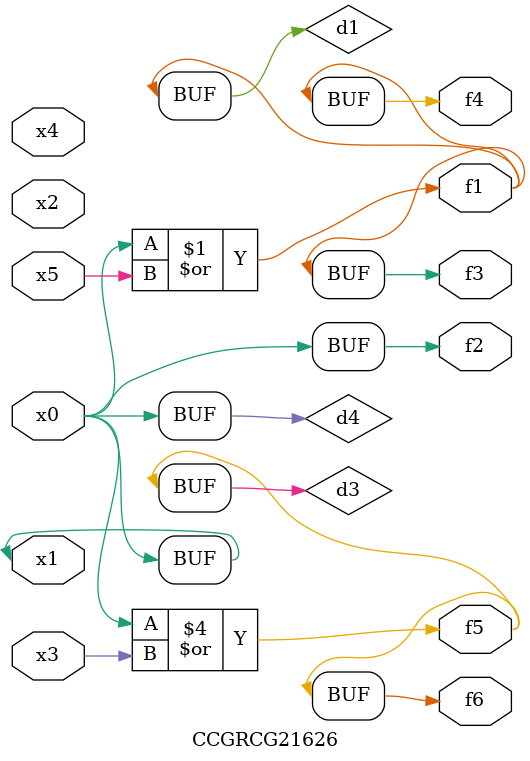
<source format=v>
module CCGRCG21626(
	input x0, x1, x2, x3, x4, x5,
	output f1, f2, f3, f4, f5, f6
);

	wire d1, d2, d3, d4;

	or (d1, x0, x5);
	xnor (d2, x1, x4);
	or (d3, x0, x3);
	buf (d4, x0, x1);
	assign f1 = d1;
	assign f2 = d4;
	assign f3 = d1;
	assign f4 = d1;
	assign f5 = d3;
	assign f6 = d3;
endmodule

</source>
